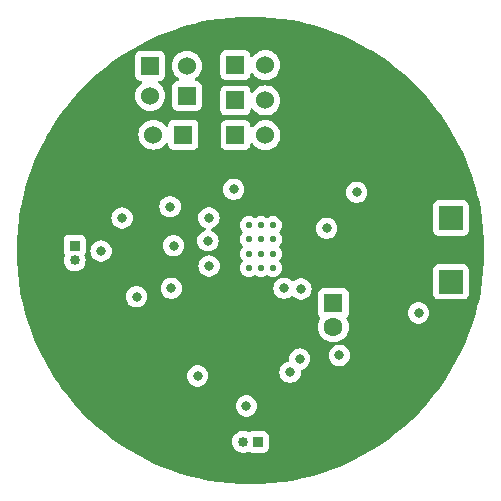
<source format=gbr>
%TF.GenerationSoftware,KiCad,Pcbnew,7.0.7*%
%TF.CreationDate,2024-10-24T16:02:22-07:00*%
%TF.ProjectId,PowerBoard_rev1.1,506f7765-7242-46f6-9172-645f72657631,rev?*%
%TF.SameCoordinates,Original*%
%TF.FileFunction,Copper,L3,Inr*%
%TF.FilePolarity,Positive*%
%FSLAX46Y46*%
G04 Gerber Fmt 4.6, Leading zero omitted, Abs format (unit mm)*
G04 Created by KiCad (PCBNEW 7.0.7) date 2024-10-24 16:02:22*
%MOMM*%
%LPD*%
G01*
G04 APERTURE LIST*
%TA.AperFunction,ComponentPad*%
%ADD10R,1.600000X1.600000*%
%TD*%
%TA.AperFunction,ComponentPad*%
%ADD11C,1.600000*%
%TD*%
%TA.AperFunction,ComponentPad*%
%ADD12R,1.530000X1.530000*%
%TD*%
%TA.AperFunction,ComponentPad*%
%ADD13C,1.530000*%
%TD*%
%TA.AperFunction,ComponentPad*%
%ADD14C,0.550000*%
%TD*%
%TA.AperFunction,ComponentPad*%
%ADD15R,0.850000X0.850000*%
%TD*%
%TA.AperFunction,ComponentPad*%
%ADD16C,0.850000*%
%TD*%
%TA.AperFunction,ComponentPad*%
%ADD17R,2.000000X2.000000*%
%TD*%
%TA.AperFunction,ViaPad*%
%ADD18C,0.800000*%
%TD*%
G04 APERTURE END LIST*
D10*
%TO.N,+BATT*%
%TO.C,C2*%
X149250400Y-80721200D03*
D11*
%TO.N,GND*%
X149250400Y-82721200D03*
%TD*%
D12*
%TO.N,Net-(U1-BOUT1)*%
%TO.C,J1*%
X140958500Y-60553600D03*
D13*
%TO.N,Net-(U1-BOUT2)*%
X143498500Y-60553600D03*
%TD*%
D12*
%TO.N,DRV_FAULT*%
%TO.C,J6*%
X133745700Y-60608900D03*
D13*
%TO.N,DRV_SLEEP*%
X133745700Y-63148900D03*
%TD*%
D14*
%TO.N,N/C*%
%TO.C,U1*%
X142119600Y-74117200D03*
X142119600Y-75317200D03*
X142119600Y-76517200D03*
X142119600Y-77717200D03*
X143119600Y-74117200D03*
X143119600Y-75317200D03*
X143119600Y-76517200D03*
X143119600Y-77717200D03*
X144119600Y-74117200D03*
X144119600Y-75317200D03*
X144119600Y-76517200D03*
X144119600Y-77717200D03*
%TD*%
D12*
%TO.N,MOTOR1_AIN2*%
%TO.C,J4*%
X136550400Y-66446400D03*
D13*
%TO.N,MOTOR1_AIN1*%
X134010400Y-66446400D03*
%TD*%
D12*
%TO.N,Net-(U1-AOUT1)*%
%TO.C,J2*%
X140958500Y-63550800D03*
D13*
%TO.N,Net-(U1-AOUT2)*%
X143498500Y-63550800D03*
%TD*%
D12*
%TO.N,GND*%
%TO.C,J3*%
X140965700Y-66486400D03*
D13*
%TO.N,VDC*%
X143505700Y-66486400D03*
%TD*%
D12*
%TO.N,MOTOR2_BIN2*%
%TO.C,J5*%
X136855700Y-63163900D03*
D13*
%TO.N,MOTOR2_BIN1*%
X136855700Y-60623900D03*
%TD*%
D15*
%TO.N,+BATT*%
%TO.C,J8*%
X127355600Y-75844400D03*
D16*
%TO.N,GND*%
X127355600Y-77094400D03*
%TD*%
D17*
%TO.N,Net-(D12-K)*%
%TO.C,TP6*%
X159207200Y-78892400D03*
%TD*%
D15*
%TO.N,+BATT*%
%TO.C,J7*%
X142864999Y-92448800D03*
D16*
%TO.N,GND*%
X141614999Y-92448800D03*
%TD*%
D17*
%TO.N,Net-(D11-K)*%
%TO.C,TP5*%
X159207200Y-73507600D03*
%TD*%
D18*
%TO.N,GND*%
X148691600Y-74371200D03*
X137769600Y-86868000D03*
X145592800Y-86563200D03*
X149758400Y-85140800D03*
X151231600Y-71323200D03*
X141884400Y-89408000D03*
X156464000Y-81534000D03*
X129590800Y-76301600D03*
X135534400Y-79451200D03*
X146405600Y-85445600D03*
X135432800Y-72542400D03*
X132588000Y-80162400D03*
X131368800Y-73507600D03*
%TO.N,MOTOR2_BIN2*%
X146507200Y-79502000D03*
%TO.N,MOTOR2_BIN1*%
X145084800Y-79451200D03*
%TO.N,VCC*%
X151739600Y-68580000D03*
X139344400Y-88087200D03*
X144018000Y-84632800D03*
X130048000Y-74930000D03*
X153365200Y-84124800D03*
X156057600Y-70510400D03*
X134213600Y-78536800D03*
%TO.N,Net-(U1-BOUT1)*%
X140817600Y-71069200D03*
X138734800Y-77571600D03*
%TO.N,Net-(U1-BOUT2)*%
X135737600Y-75844400D03*
%TO.N,Net-(U1-AOUT1)*%
X138709400Y-73482200D03*
%TO.N,Net-(U1-AOUT2)*%
X138632700Y-75431900D03*
%TD*%
%TA.AperFunction,Conductor*%
%TO.N,VCC*%
G36*
X143125523Y-56471206D02*
G01*
X143128212Y-56471327D01*
X144012060Y-56530918D01*
X144014716Y-56531157D01*
X144894991Y-56630340D01*
X144897651Y-56630701D01*
X145772572Y-56769275D01*
X145775226Y-56769757D01*
X146643028Y-56947440D01*
X146645712Y-56948054D01*
X147300917Y-57113150D01*
X147438404Y-57147794D01*
X147504625Y-57164480D01*
X147507300Y-57165218D01*
X148355634Y-57419962D01*
X148358244Y-57420811D01*
X149194317Y-57713366D01*
X149196922Y-57714344D01*
X150018970Y-58044091D01*
X150021522Y-58045181D01*
X150828005Y-58411503D01*
X150830474Y-58412693D01*
X151619691Y-58814819D01*
X151622141Y-58816137D01*
X152392501Y-59253255D01*
X152394890Y-59254682D01*
X152448076Y-59288101D01*
X153025257Y-59650768D01*
X153144879Y-59725931D01*
X153147188Y-59727455D01*
X153524324Y-59988736D01*
X153875276Y-60231876D01*
X153877527Y-60233512D01*
X154582259Y-60770096D01*
X154584407Y-60771810D01*
X155264358Y-61339473D01*
X155266453Y-61341304D01*
X155920239Y-61938890D01*
X155922250Y-61940813D01*
X156548551Y-62567114D01*
X156550474Y-62569125D01*
X157148060Y-63222911D01*
X157149891Y-63225006D01*
X157717554Y-63904957D01*
X157719272Y-63907111D01*
X157979620Y-64249043D01*
X158255852Y-64611837D01*
X158257488Y-64614088D01*
X158699902Y-65252675D01*
X158761900Y-65342163D01*
X158763433Y-65344485D01*
X159234682Y-66094474D01*
X159236109Y-66096863D01*
X159673227Y-66867223D01*
X159674545Y-66869673D01*
X160076671Y-67658890D01*
X160077870Y-67661378D01*
X160118987Y-67751900D01*
X160444180Y-68467836D01*
X160445273Y-68470394D01*
X160775020Y-69292442D01*
X160775998Y-69295047D01*
X161068553Y-70131120D01*
X161069410Y-70133757D01*
X161114841Y-70285048D01*
X161324143Y-70982056D01*
X161324884Y-70984739D01*
X161541310Y-71843652D01*
X161541930Y-71846365D01*
X161719602Y-72714111D01*
X161720095Y-72716828D01*
X161847381Y-73520477D01*
X161858657Y-73591671D01*
X161859028Y-73594411D01*
X161947122Y-74376261D01*
X161958202Y-74474601D01*
X161958449Y-74477344D01*
X162018034Y-75361102D01*
X162018159Y-75363882D01*
X162038033Y-76249408D01*
X162038033Y-76252192D01*
X162018159Y-77137717D01*
X162018034Y-77140491D01*
X161958449Y-78024251D01*
X161958202Y-78026995D01*
X161864529Y-78858378D01*
X161859031Y-78907170D01*
X161858657Y-78909928D01*
X161736869Y-79678871D01*
X161720099Y-79784750D01*
X161719602Y-79787488D01*
X161541930Y-80655234D01*
X161541310Y-80657947D01*
X161324884Y-81516860D01*
X161324143Y-81519543D01*
X161069413Y-82367833D01*
X161068553Y-82370479D01*
X160775998Y-83206552D01*
X160775020Y-83209157D01*
X160445273Y-84031205D01*
X160444180Y-84033763D01*
X160077879Y-84840202D01*
X160076671Y-84842709D01*
X159674545Y-85631926D01*
X159673227Y-85634376D01*
X159236109Y-86404736D01*
X159234682Y-86407125D01*
X158763433Y-87157114D01*
X158761900Y-87159436D01*
X158257488Y-87887511D01*
X158255852Y-87889762D01*
X157719289Y-88594467D01*
X157717554Y-88596642D01*
X157149891Y-89276593D01*
X157148060Y-89278688D01*
X156550474Y-89932474D01*
X156548551Y-89934485D01*
X155922250Y-90560786D01*
X155920239Y-90562709D01*
X155266453Y-91160295D01*
X155264358Y-91162126D01*
X154584407Y-91729789D01*
X154582232Y-91731524D01*
X153877527Y-92268087D01*
X153875276Y-92269723D01*
X153147201Y-92774135D01*
X153144879Y-92775668D01*
X152394890Y-93246917D01*
X152392501Y-93248344D01*
X151622141Y-93685462D01*
X151619691Y-93686780D01*
X150830474Y-94088906D01*
X150827967Y-94090114D01*
X150021528Y-94456415D01*
X150018970Y-94457508D01*
X149196922Y-94787255D01*
X149194317Y-94788233D01*
X148358244Y-95080788D01*
X148355598Y-95081648D01*
X147507308Y-95336378D01*
X147504625Y-95337119D01*
X146645712Y-95553545D01*
X146642999Y-95554165D01*
X145775253Y-95731837D01*
X145772528Y-95732331D01*
X145040861Y-95848216D01*
X144897693Y-95870892D01*
X144894947Y-95871264D01*
X144014763Y-95970437D01*
X144012016Y-95970684D01*
X143128256Y-96030269D01*
X143125482Y-96030394D01*
X142239955Y-96050268D01*
X142237173Y-96050268D01*
X141351647Y-96030394D01*
X141348875Y-96030269D01*
X140465109Y-95970684D01*
X140462373Y-95970437D01*
X139582176Y-95871263D01*
X139579440Y-95870892D01*
X138704593Y-95732330D01*
X138701876Y-95731837D01*
X137834130Y-95554165D01*
X137831417Y-95553545D01*
X136972504Y-95337119D01*
X136969821Y-95336378D01*
X136370166Y-95156309D01*
X136121522Y-95081645D01*
X136118885Y-95080788D01*
X135282812Y-94788233D01*
X135280207Y-94787255D01*
X134458159Y-94457508D01*
X134455601Y-94456415D01*
X134094309Y-94292308D01*
X133649143Y-94090105D01*
X133646655Y-94088906D01*
X132857438Y-93686780D01*
X132854988Y-93685462D01*
X132084628Y-93248344D01*
X132082239Y-93246917D01*
X131332250Y-92775668D01*
X131329928Y-92774135D01*
X130860335Y-92448800D01*
X140684401Y-92448800D01*
X140704737Y-92642283D01*
X140764855Y-92827310D01*
X140764856Y-92827311D01*
X140819331Y-92921664D01*
X140862129Y-92995792D01*
X140907475Y-93046154D01*
X140992301Y-93140364D01*
X140992304Y-93140366D01*
X140992307Y-93140369D01*
X141110351Y-93226133D01*
X141149701Y-93254723D01*
X141195252Y-93275003D01*
X141327428Y-93333851D01*
X141517725Y-93374300D01*
X141712273Y-93374300D01*
X141902570Y-93333851D01*
X142034746Y-93275002D01*
X142103994Y-93265719D01*
X142159490Y-93289016D01*
X142197667Y-93317595D01*
X142197670Y-93317597D01*
X142332516Y-93367891D01*
X142332515Y-93367891D01*
X142339443Y-93368635D01*
X142392126Y-93374300D01*
X143337871Y-93374299D01*
X143397482Y-93367891D01*
X143532330Y-93317596D01*
X143647545Y-93231346D01*
X143733795Y-93116131D01*
X143784090Y-92981283D01*
X143790499Y-92921673D01*
X143790498Y-91975928D01*
X143784090Y-91916317D01*
X143778678Y-91901808D01*
X143733796Y-91781471D01*
X143733792Y-91781464D01*
X143647546Y-91666255D01*
X143647543Y-91666252D01*
X143532334Y-91580006D01*
X143532327Y-91580002D01*
X143397481Y-91529708D01*
X143397482Y-91529708D01*
X143337882Y-91523301D01*
X143337880Y-91523300D01*
X143337872Y-91523300D01*
X143337863Y-91523300D01*
X142392128Y-91523300D01*
X142392122Y-91523301D01*
X142332515Y-91529708D01*
X142197670Y-91580002D01*
X142197664Y-91580005D01*
X142159488Y-91608584D01*
X142094024Y-91633000D01*
X142034744Y-91622596D01*
X141939084Y-91580006D01*
X141902570Y-91563749D01*
X141902568Y-91563748D01*
X141712273Y-91523300D01*
X141517725Y-91523300D01*
X141327430Y-91563748D01*
X141149701Y-91642876D01*
X140992304Y-91757233D01*
X140992301Y-91757235D01*
X140862128Y-91901809D01*
X140764856Y-92070288D01*
X140764855Y-92070289D01*
X140704737Y-92255316D01*
X140684401Y-92448800D01*
X130860335Y-92448800D01*
X130601853Y-92269723D01*
X130599602Y-92268087D01*
X130215883Y-91975923D01*
X129894876Y-91731507D01*
X129892722Y-91729789D01*
X129212771Y-91162126D01*
X129210676Y-91160295D01*
X128556890Y-90562709D01*
X128554879Y-90560786D01*
X127928578Y-89934485D01*
X127926655Y-89932474D01*
X127447265Y-89408000D01*
X140978940Y-89408000D01*
X140998726Y-89596256D01*
X140998727Y-89596259D01*
X141057218Y-89776277D01*
X141057221Y-89776284D01*
X141151867Y-89940216D01*
X141256379Y-90056288D01*
X141278529Y-90080888D01*
X141431665Y-90192148D01*
X141431670Y-90192151D01*
X141604592Y-90269142D01*
X141604597Y-90269144D01*
X141789754Y-90308500D01*
X141789755Y-90308500D01*
X141979044Y-90308500D01*
X141979046Y-90308500D01*
X142164203Y-90269144D01*
X142337130Y-90192151D01*
X142490271Y-90080888D01*
X142616933Y-89940216D01*
X142711579Y-89776284D01*
X142770074Y-89596256D01*
X142789860Y-89408000D01*
X142770074Y-89219744D01*
X142711579Y-89039716D01*
X142616933Y-88875784D01*
X142490271Y-88735112D01*
X142490270Y-88735111D01*
X142337134Y-88623851D01*
X142337129Y-88623848D01*
X142164207Y-88546857D01*
X142164202Y-88546855D01*
X142018400Y-88515865D01*
X141979046Y-88507500D01*
X141789754Y-88507500D01*
X141757297Y-88514398D01*
X141604597Y-88546855D01*
X141604592Y-88546857D01*
X141431670Y-88623848D01*
X141431665Y-88623851D01*
X141278529Y-88735111D01*
X141151866Y-88875785D01*
X141057221Y-89039715D01*
X141057218Y-89039722D01*
X140998727Y-89219740D01*
X140998726Y-89219744D01*
X140978940Y-89408000D01*
X127447265Y-89408000D01*
X127329069Y-89278688D01*
X127327238Y-89276593D01*
X126759575Y-88596642D01*
X126757861Y-88594494D01*
X126221277Y-87889762D01*
X126219641Y-87887511D01*
X125898758Y-87424344D01*
X125715220Y-87159423D01*
X125713696Y-87157114D01*
X125674927Y-87095414D01*
X125532034Y-86868000D01*
X136864140Y-86868000D01*
X136883926Y-87056256D01*
X136883927Y-87056259D01*
X136942418Y-87236277D01*
X136942421Y-87236284D01*
X137037067Y-87400216D01*
X137163729Y-87540887D01*
X137163729Y-87540888D01*
X137316865Y-87652148D01*
X137316870Y-87652151D01*
X137489792Y-87729142D01*
X137489797Y-87729144D01*
X137674954Y-87768500D01*
X137674955Y-87768500D01*
X137864244Y-87768500D01*
X137864246Y-87768500D01*
X138049403Y-87729144D01*
X138222330Y-87652151D01*
X138375471Y-87540888D01*
X138502133Y-87400216D01*
X138596779Y-87236284D01*
X138655274Y-87056256D01*
X138675060Y-86868000D01*
X138655274Y-86679744D01*
X138617406Y-86563200D01*
X144687340Y-86563200D01*
X144707126Y-86751456D01*
X144707127Y-86751459D01*
X144765618Y-86931477D01*
X144765621Y-86931484D01*
X144860267Y-87095416D01*
X144916875Y-87158285D01*
X144986929Y-87236088D01*
X145140065Y-87347348D01*
X145140070Y-87347351D01*
X145312992Y-87424342D01*
X145312997Y-87424344D01*
X145498154Y-87463700D01*
X145498155Y-87463700D01*
X145687444Y-87463700D01*
X145687446Y-87463700D01*
X145872603Y-87424344D01*
X146045530Y-87347351D01*
X146198671Y-87236088D01*
X146325333Y-87095416D01*
X146419979Y-86931484D01*
X146478474Y-86751456D01*
X146498260Y-86563200D01*
X146487654Y-86462292D01*
X146500223Y-86393565D01*
X146547955Y-86342541D01*
X146585185Y-86328045D01*
X146685403Y-86306744D01*
X146685407Y-86306742D01*
X146685408Y-86306742D01*
X146743658Y-86280806D01*
X146858330Y-86229751D01*
X147011471Y-86118488D01*
X147138133Y-85977816D01*
X147232779Y-85813884D01*
X147291274Y-85633856D01*
X147311060Y-85445600D01*
X147291274Y-85257344D01*
X147253406Y-85140800D01*
X148852940Y-85140800D01*
X148872726Y-85329056D01*
X148872727Y-85329059D01*
X148931218Y-85509077D01*
X148931221Y-85509084D01*
X149025867Y-85673016D01*
X149052015Y-85702056D01*
X149152529Y-85813688D01*
X149305665Y-85924948D01*
X149305670Y-85924951D01*
X149478592Y-86001942D01*
X149478597Y-86001944D01*
X149663754Y-86041300D01*
X149663755Y-86041300D01*
X149853044Y-86041300D01*
X149853046Y-86041300D01*
X150038203Y-86001944D01*
X150211130Y-85924951D01*
X150364271Y-85813688D01*
X150490933Y-85673016D01*
X150585579Y-85509084D01*
X150644074Y-85329056D01*
X150663860Y-85140800D01*
X150644074Y-84952544D01*
X150585579Y-84772516D01*
X150490933Y-84608584D01*
X150364271Y-84467912D01*
X150364270Y-84467911D01*
X150211134Y-84356651D01*
X150211129Y-84356648D01*
X150038207Y-84279657D01*
X150038202Y-84279655D01*
X149892400Y-84248665D01*
X149853046Y-84240300D01*
X149663754Y-84240300D01*
X149631297Y-84247198D01*
X149478597Y-84279655D01*
X149478592Y-84279657D01*
X149305670Y-84356648D01*
X149305665Y-84356651D01*
X149152529Y-84467911D01*
X149025866Y-84608585D01*
X148931221Y-84772515D01*
X148931218Y-84772522D01*
X148872727Y-84952540D01*
X148872726Y-84952544D01*
X148852940Y-85140800D01*
X147253406Y-85140800D01*
X147232779Y-85077316D01*
X147138133Y-84913384D01*
X147011471Y-84772712D01*
X147011470Y-84772711D01*
X146858334Y-84661451D01*
X146858329Y-84661448D01*
X146685407Y-84584457D01*
X146685402Y-84584455D01*
X146539600Y-84553465D01*
X146500246Y-84545100D01*
X146310954Y-84545100D01*
X146278497Y-84551998D01*
X146125797Y-84584455D01*
X146125792Y-84584457D01*
X145952870Y-84661448D01*
X145952865Y-84661451D01*
X145799729Y-84772711D01*
X145673066Y-84913385D01*
X145578421Y-85077315D01*
X145578418Y-85077322D01*
X145519927Y-85257340D01*
X145519926Y-85257344D01*
X145512389Y-85329056D01*
X145500140Y-85445600D01*
X145510745Y-85546505D01*
X145498175Y-85615235D01*
X145450443Y-85666259D01*
X145413205Y-85680756D01*
X145312997Y-85702055D01*
X145312992Y-85702057D01*
X145140070Y-85779048D01*
X145140065Y-85779051D01*
X144986929Y-85890311D01*
X144860266Y-86030985D01*
X144765621Y-86194915D01*
X144765618Y-86194922D01*
X144717654Y-86342541D01*
X144707126Y-86374944D01*
X144687340Y-86563200D01*
X138617406Y-86563200D01*
X138596779Y-86499716D01*
X138502133Y-86335784D01*
X138375471Y-86195112D01*
X138375470Y-86195111D01*
X138222334Y-86083851D01*
X138222329Y-86083848D01*
X138049407Y-86006857D01*
X138049402Y-86006855D01*
X137903601Y-85975865D01*
X137864246Y-85967500D01*
X137674954Y-85967500D01*
X137642497Y-85974398D01*
X137489797Y-86006855D01*
X137489792Y-86006857D01*
X137316870Y-86083848D01*
X137316865Y-86083851D01*
X137163729Y-86195111D01*
X137037066Y-86335785D01*
X136942421Y-86499715D01*
X136942418Y-86499722D01*
X136883927Y-86679740D01*
X136883926Y-86679744D01*
X136864140Y-86868000D01*
X125532034Y-86868000D01*
X125340515Y-86563199D01*
X125242447Y-86407125D01*
X125241020Y-86404736D01*
X124968780Y-85924951D01*
X124803896Y-85634366D01*
X124802584Y-85631926D01*
X124400458Y-84842709D01*
X124399268Y-84840240D01*
X124032946Y-84033757D01*
X124031856Y-84031205D01*
X123702109Y-83209157D01*
X123701131Y-83206552D01*
X123531299Y-82721201D01*
X147944932Y-82721201D01*
X147964764Y-82947886D01*
X147964766Y-82947897D01*
X148023658Y-83167688D01*
X148023661Y-83167697D01*
X148119831Y-83373932D01*
X148119832Y-83373934D01*
X148250354Y-83560341D01*
X148411258Y-83721245D01*
X148411261Y-83721247D01*
X148597666Y-83851768D01*
X148803904Y-83947939D01*
X149023708Y-84006835D01*
X149185630Y-84021001D01*
X149250398Y-84026668D01*
X149250400Y-84026668D01*
X149250402Y-84026668D01*
X149307072Y-84021709D01*
X149477092Y-84006835D01*
X149696896Y-83947939D01*
X149903134Y-83851768D01*
X150089539Y-83721247D01*
X150250447Y-83560339D01*
X150380968Y-83373934D01*
X150477139Y-83167696D01*
X150536035Y-82947892D01*
X150555868Y-82721200D01*
X150536035Y-82494508D01*
X150477139Y-82274704D01*
X150380968Y-82068466D01*
X150380967Y-82068464D01*
X150371989Y-82055642D01*
X150349662Y-81989435D01*
X150366673Y-81921668D01*
X150399255Y-81885251D01*
X150407946Y-81878746D01*
X150494196Y-81763531D01*
X150544491Y-81628683D01*
X150550900Y-81569073D01*
X150550900Y-81534000D01*
X155558540Y-81534000D01*
X155578326Y-81722256D01*
X155578327Y-81722259D01*
X155636818Y-81902277D01*
X155636821Y-81902284D01*
X155731467Y-82066216D01*
X155858129Y-82206888D01*
X156011265Y-82318148D01*
X156011270Y-82318151D01*
X156184192Y-82395142D01*
X156184197Y-82395144D01*
X156369354Y-82434500D01*
X156369355Y-82434500D01*
X156558644Y-82434500D01*
X156558646Y-82434500D01*
X156743803Y-82395144D01*
X156916730Y-82318151D01*
X157069871Y-82206888D01*
X157196533Y-82066216D01*
X157291179Y-81902284D01*
X157349674Y-81722256D01*
X157369460Y-81534000D01*
X157349674Y-81345744D01*
X157291179Y-81165716D01*
X157196533Y-81001784D01*
X157069871Y-80861112D01*
X157069870Y-80861111D01*
X156916734Y-80749851D01*
X156916729Y-80749848D01*
X156743807Y-80672857D01*
X156743802Y-80672855D01*
X156598001Y-80641865D01*
X156558646Y-80633500D01*
X156369354Y-80633500D01*
X156336897Y-80640398D01*
X156184197Y-80672855D01*
X156184192Y-80672857D01*
X156011270Y-80749848D01*
X156011265Y-80749851D01*
X155858129Y-80861111D01*
X155731466Y-81001785D01*
X155636821Y-81165715D01*
X155636818Y-81165722D01*
X155578327Y-81345740D01*
X155578326Y-81345744D01*
X155558540Y-81534000D01*
X150550900Y-81534000D01*
X150550899Y-79940270D01*
X157706700Y-79940270D01*
X157706701Y-79940276D01*
X157713108Y-79999883D01*
X157763402Y-80134728D01*
X157763406Y-80134735D01*
X157849652Y-80249944D01*
X157849655Y-80249947D01*
X157964864Y-80336193D01*
X157964871Y-80336197D01*
X158099717Y-80386491D01*
X158099716Y-80386491D01*
X158106644Y-80387235D01*
X158159327Y-80392900D01*
X160255072Y-80392899D01*
X160314683Y-80386491D01*
X160449531Y-80336196D01*
X160564746Y-80249946D01*
X160650996Y-80134731D01*
X160701291Y-79999883D01*
X160707700Y-79940273D01*
X160707699Y-77844528D01*
X160701291Y-77784917D01*
X160676035Y-77717203D01*
X160650997Y-77650071D01*
X160650993Y-77650064D01*
X160564747Y-77534855D01*
X160564744Y-77534852D01*
X160449535Y-77448606D01*
X160449528Y-77448602D01*
X160314682Y-77398308D01*
X160314683Y-77398308D01*
X160255083Y-77391901D01*
X160255081Y-77391900D01*
X160255073Y-77391900D01*
X160255064Y-77391900D01*
X158159329Y-77391900D01*
X158159323Y-77391901D01*
X158099716Y-77398308D01*
X157964871Y-77448602D01*
X157964864Y-77448606D01*
X157849655Y-77534852D01*
X157849652Y-77534855D01*
X157763406Y-77650064D01*
X157763402Y-77650071D01*
X157713108Y-77784917D01*
X157706701Y-77844516D01*
X157706701Y-77844523D01*
X157706700Y-77844535D01*
X157706700Y-79940270D01*
X150550899Y-79940270D01*
X150550899Y-79873328D01*
X150544491Y-79813717D01*
X150537180Y-79794116D01*
X150494197Y-79678871D01*
X150494193Y-79678864D01*
X150407947Y-79563655D01*
X150407944Y-79563652D01*
X150292735Y-79477406D01*
X150292728Y-79477402D01*
X150157882Y-79427108D01*
X150157883Y-79427108D01*
X150098283Y-79420701D01*
X150098281Y-79420700D01*
X150098273Y-79420700D01*
X150098264Y-79420700D01*
X148402529Y-79420700D01*
X148402523Y-79420701D01*
X148342916Y-79427108D01*
X148208071Y-79477402D01*
X148208064Y-79477406D01*
X148092855Y-79563652D01*
X148092852Y-79563655D01*
X148006606Y-79678864D01*
X148006602Y-79678871D01*
X147956308Y-79813717D01*
X147950228Y-79870277D01*
X147949901Y-79873323D01*
X147949900Y-79873335D01*
X147949900Y-81569070D01*
X147949901Y-81569076D01*
X147956308Y-81628683D01*
X148006602Y-81763528D01*
X148006606Y-81763535D01*
X148092852Y-81878744D01*
X148092853Y-81878745D01*
X148092854Y-81878746D01*
X148101542Y-81885250D01*
X148101545Y-81885252D01*
X148143417Y-81941185D01*
X148148401Y-82010877D01*
X148128815Y-82055635D01*
X148119834Y-82068462D01*
X148119831Y-82068467D01*
X148023661Y-82274702D01*
X148023658Y-82274711D01*
X147964766Y-82494502D01*
X147964764Y-82494513D01*
X147944932Y-82721198D01*
X147944932Y-82721201D01*
X123531299Y-82721201D01*
X123408576Y-82370479D01*
X123407727Y-82367869D01*
X123152983Y-81519535D01*
X123152245Y-81516860D01*
X122935819Y-80657947D01*
X122935205Y-80655263D01*
X122834291Y-80162400D01*
X131682540Y-80162400D01*
X131702326Y-80350656D01*
X131702327Y-80350659D01*
X131760818Y-80530677D01*
X131760821Y-80530684D01*
X131855467Y-80694616D01*
X131905201Y-80749851D01*
X131982129Y-80835288D01*
X132135265Y-80946548D01*
X132135270Y-80946551D01*
X132308192Y-81023542D01*
X132308197Y-81023544D01*
X132493354Y-81062900D01*
X132493355Y-81062900D01*
X132682644Y-81062900D01*
X132682646Y-81062900D01*
X132867803Y-81023544D01*
X133040730Y-80946551D01*
X133193871Y-80835288D01*
X133320533Y-80694616D01*
X133415179Y-80530684D01*
X133473674Y-80350656D01*
X133493460Y-80162400D01*
X133473674Y-79974144D01*
X133415179Y-79794116D01*
X133320533Y-79630184D01*
X133193871Y-79489512D01*
X133193870Y-79489511D01*
X133141140Y-79451200D01*
X134628940Y-79451200D01*
X134648726Y-79639456D01*
X134648727Y-79639459D01*
X134707218Y-79819477D01*
X134707221Y-79819484D01*
X134801867Y-79983416D01*
X134845734Y-80032135D01*
X134928529Y-80124088D01*
X135081665Y-80235348D01*
X135081670Y-80235351D01*
X135254592Y-80312342D01*
X135254597Y-80312344D01*
X135439754Y-80351700D01*
X135439755Y-80351700D01*
X135629044Y-80351700D01*
X135629046Y-80351700D01*
X135814203Y-80312344D01*
X135987130Y-80235351D01*
X136140271Y-80124088D01*
X136266933Y-79983416D01*
X136361579Y-79819484D01*
X136420074Y-79639456D01*
X136439860Y-79451200D01*
X144179340Y-79451200D01*
X144199126Y-79639456D01*
X144199127Y-79639459D01*
X144257618Y-79819477D01*
X144257621Y-79819484D01*
X144352267Y-79983416D01*
X144396134Y-80032135D01*
X144478929Y-80124088D01*
X144632065Y-80235348D01*
X144632070Y-80235351D01*
X144804992Y-80312342D01*
X144804997Y-80312344D01*
X144990154Y-80351700D01*
X144990155Y-80351700D01*
X145179444Y-80351700D01*
X145179446Y-80351700D01*
X145364603Y-80312344D01*
X145537530Y-80235351D01*
X145690671Y-80124088D01*
X145690670Y-80124088D01*
X145695929Y-80120268D01*
X145696872Y-80121566D01*
X145752569Y-80094826D01*
X145821906Y-80103439D01*
X145864717Y-80134226D01*
X145901329Y-80174888D01*
X145901332Y-80174890D01*
X146054465Y-80286148D01*
X146054470Y-80286151D01*
X146227392Y-80363142D01*
X146227397Y-80363144D01*
X146412554Y-80402500D01*
X146412555Y-80402500D01*
X146601844Y-80402500D01*
X146601846Y-80402500D01*
X146787003Y-80363144D01*
X146959930Y-80286151D01*
X147113071Y-80174888D01*
X147239733Y-80034216D01*
X147334379Y-79870284D01*
X147392874Y-79690256D01*
X147412660Y-79502000D01*
X147392874Y-79313744D01*
X147334379Y-79133716D01*
X147239733Y-78969784D01*
X147113071Y-78829112D01*
X147043151Y-78778312D01*
X146959934Y-78717851D01*
X146959929Y-78717848D01*
X146787007Y-78640857D01*
X146787002Y-78640855D01*
X146641201Y-78609865D01*
X146601846Y-78601500D01*
X146412554Y-78601500D01*
X146380097Y-78608398D01*
X146227397Y-78640855D01*
X146227392Y-78640857D01*
X146054470Y-78717848D01*
X146054465Y-78717851D01*
X145896071Y-78832931D01*
X145895131Y-78831637D01*
X145839396Y-78858378D01*
X145770061Y-78849745D01*
X145727278Y-78818968D01*
X145690670Y-78778311D01*
X145537534Y-78667051D01*
X145537529Y-78667048D01*
X145364607Y-78590057D01*
X145364602Y-78590055D01*
X145218800Y-78559065D01*
X145179446Y-78550700D01*
X144990154Y-78550700D01*
X144957697Y-78557598D01*
X144804997Y-78590055D01*
X144804992Y-78590057D01*
X144632070Y-78667048D01*
X144632065Y-78667051D01*
X144478929Y-78778311D01*
X144352266Y-78918985D01*
X144257621Y-79082915D01*
X144257618Y-79082922D01*
X144199465Y-79261900D01*
X144199126Y-79262944D01*
X144179340Y-79451200D01*
X136439860Y-79451200D01*
X136420074Y-79262944D01*
X136361579Y-79082916D01*
X136266933Y-78918984D01*
X136140271Y-78778312D01*
X136140270Y-78778311D01*
X135987134Y-78667051D01*
X135987129Y-78667048D01*
X135814207Y-78590057D01*
X135814202Y-78590055D01*
X135668400Y-78559065D01*
X135629046Y-78550700D01*
X135439754Y-78550700D01*
X135407297Y-78557598D01*
X135254597Y-78590055D01*
X135254592Y-78590057D01*
X135081670Y-78667048D01*
X135081665Y-78667051D01*
X134928529Y-78778311D01*
X134801866Y-78918985D01*
X134707221Y-79082915D01*
X134707218Y-79082922D01*
X134649065Y-79261900D01*
X134648726Y-79262944D01*
X134628940Y-79451200D01*
X133141140Y-79451200D01*
X133040734Y-79378251D01*
X133040729Y-79378248D01*
X132867807Y-79301257D01*
X132867802Y-79301255D01*
X132722001Y-79270265D01*
X132682646Y-79261900D01*
X132493354Y-79261900D01*
X132460897Y-79268798D01*
X132308197Y-79301255D01*
X132308192Y-79301257D01*
X132135270Y-79378248D01*
X132135265Y-79378251D01*
X131982129Y-79489511D01*
X131855466Y-79630185D01*
X131760821Y-79794115D01*
X131760818Y-79794122D01*
X131713331Y-79940273D01*
X131702326Y-79974144D01*
X131682540Y-80162400D01*
X122834291Y-80162400D01*
X122757522Y-79787461D01*
X122757040Y-79784807D01*
X122618466Y-78909886D01*
X122618105Y-78907226D01*
X122518922Y-78026951D01*
X122518683Y-78024295D01*
X122459092Y-77140447D01*
X122458971Y-77137758D01*
X122457998Y-77094400D01*
X126425002Y-77094400D01*
X126445338Y-77287883D01*
X126505456Y-77472910D01*
X126505457Y-77472911D01*
X126585759Y-77611997D01*
X126602730Y-77641392D01*
X126610543Y-77650069D01*
X126732902Y-77785964D01*
X126732905Y-77785966D01*
X126732908Y-77785969D01*
X126813509Y-77844529D01*
X126890302Y-77900323D01*
X126958526Y-77930697D01*
X127068029Y-77979451D01*
X127258326Y-78019900D01*
X127452874Y-78019900D01*
X127643171Y-77979451D01*
X127820899Y-77900322D01*
X127978292Y-77785969D01*
X127979240Y-77784917D01*
X128040209Y-77717203D01*
X128108470Y-77641392D01*
X128148764Y-77571600D01*
X137829340Y-77571600D01*
X137849126Y-77759856D01*
X137849127Y-77759859D01*
X137907618Y-77939877D01*
X137907621Y-77939884D01*
X138002267Y-78103816D01*
X138092272Y-78203776D01*
X138128929Y-78244488D01*
X138282065Y-78355748D01*
X138282070Y-78355751D01*
X138454992Y-78432742D01*
X138454997Y-78432744D01*
X138640154Y-78472100D01*
X138640155Y-78472100D01*
X138829444Y-78472100D01*
X138829446Y-78472100D01*
X139014603Y-78432744D01*
X139187530Y-78355751D01*
X139340671Y-78244488D01*
X139467333Y-78103816D01*
X139561979Y-77939884D01*
X139620474Y-77759856D01*
X139624957Y-77717203D01*
X141339193Y-77717203D01*
X141358757Y-77890848D01*
X141358759Y-77890858D01*
X141405428Y-78024227D01*
X141416478Y-78055806D01*
X141509453Y-78203776D01*
X141633024Y-78327347D01*
X141780994Y-78420322D01*
X141945943Y-78478041D01*
X141945949Y-78478041D01*
X141945951Y-78478042D01*
X142119596Y-78497607D01*
X142119600Y-78497607D01*
X142119604Y-78497607D01*
X142293248Y-78478042D01*
X142293247Y-78478042D01*
X142293257Y-78478041D01*
X142458206Y-78420322D01*
X142553630Y-78360363D01*
X142620865Y-78341364D01*
X142685569Y-78360363D01*
X142780994Y-78420322D01*
X142945943Y-78478041D01*
X142945949Y-78478041D01*
X142945951Y-78478042D01*
X143119596Y-78497607D01*
X143119600Y-78497607D01*
X143119604Y-78497607D01*
X143293248Y-78478042D01*
X143293247Y-78478042D01*
X143293257Y-78478041D01*
X143458206Y-78420322D01*
X143553630Y-78360363D01*
X143620865Y-78341364D01*
X143685569Y-78360363D01*
X143780994Y-78420322D01*
X143945943Y-78478041D01*
X143945949Y-78478041D01*
X143945951Y-78478042D01*
X144119596Y-78497607D01*
X144119600Y-78497607D01*
X144119604Y-78497607D01*
X144293248Y-78478042D01*
X144293247Y-78478042D01*
X144293257Y-78478041D01*
X144458206Y-78420322D01*
X144606176Y-78327347D01*
X144729747Y-78203776D01*
X144822722Y-78055806D01*
X144880441Y-77890857D01*
X144885661Y-77844527D01*
X144900007Y-77717203D01*
X144900007Y-77717196D01*
X144880442Y-77543551D01*
X144880441Y-77543549D01*
X144880441Y-77543543D01*
X144822722Y-77378594D01*
X144729747Y-77230624D01*
X144729745Y-77230622D01*
X144729744Y-77230620D01*
X144704004Y-77204880D01*
X144670519Y-77143557D01*
X144675503Y-77073865D01*
X144704001Y-77029520D01*
X144729747Y-77003776D01*
X144822722Y-76855806D01*
X144880441Y-76690857D01*
X144900007Y-76517200D01*
X144899390Y-76511728D01*
X144880442Y-76343551D01*
X144880441Y-76343549D01*
X144880441Y-76343543D01*
X144822722Y-76178594D01*
X144729747Y-76030624D01*
X144704004Y-76004881D01*
X144670519Y-75943558D01*
X144675503Y-75873866D01*
X144704004Y-75829519D01*
X144729747Y-75803776D01*
X144822722Y-75655806D01*
X144880441Y-75490857D01*
X144893886Y-75371527D01*
X144900007Y-75317203D01*
X144900007Y-75317196D01*
X144880442Y-75143551D01*
X144880441Y-75143549D01*
X144880441Y-75143543D01*
X144822722Y-74978594D01*
X144729747Y-74830624D01*
X144704004Y-74804881D01*
X144670519Y-74743558D01*
X144675503Y-74673866D01*
X144704004Y-74629519D01*
X144704005Y-74629518D01*
X144729747Y-74603776D01*
X144822722Y-74455806D01*
X144852327Y-74371200D01*
X147786140Y-74371200D01*
X147805926Y-74559456D01*
X147805927Y-74559459D01*
X147864418Y-74739477D01*
X147864421Y-74739484D01*
X147959067Y-74903416D01*
X148053324Y-75008099D01*
X148085729Y-75044088D01*
X148238865Y-75155348D01*
X148238870Y-75155351D01*
X148411792Y-75232342D01*
X148411797Y-75232344D01*
X148596954Y-75271700D01*
X148596955Y-75271700D01*
X148786244Y-75271700D01*
X148786246Y-75271700D01*
X148971403Y-75232344D01*
X149144330Y-75155351D01*
X149297471Y-75044088D01*
X149424133Y-74903416D01*
X149518779Y-74739484D01*
X149577274Y-74559456D01*
X149577693Y-74555470D01*
X157706700Y-74555470D01*
X157706701Y-74555476D01*
X157713108Y-74615083D01*
X157763402Y-74749928D01*
X157763406Y-74749935D01*
X157849652Y-74865144D01*
X157849655Y-74865147D01*
X157964864Y-74951393D01*
X157964871Y-74951397D01*
X158099717Y-75001691D01*
X158099716Y-75001691D01*
X158106644Y-75002435D01*
X158159327Y-75008100D01*
X160255072Y-75008099D01*
X160314683Y-75001691D01*
X160449531Y-74951396D01*
X160564746Y-74865146D01*
X160650996Y-74749931D01*
X160701291Y-74615083D01*
X160707700Y-74555473D01*
X160707699Y-72459728D01*
X160701291Y-72400117D01*
X160684144Y-72354144D01*
X160650997Y-72265271D01*
X160650993Y-72265264D01*
X160564747Y-72150055D01*
X160564744Y-72150052D01*
X160449535Y-72063806D01*
X160449528Y-72063802D01*
X160314682Y-72013508D01*
X160314683Y-72013508D01*
X160255083Y-72007101D01*
X160255081Y-72007100D01*
X160255073Y-72007100D01*
X160255064Y-72007100D01*
X158159329Y-72007100D01*
X158159323Y-72007101D01*
X158099716Y-72013508D01*
X157964871Y-72063802D01*
X157964864Y-72063806D01*
X157849655Y-72150052D01*
X157849652Y-72150055D01*
X157763406Y-72265264D01*
X157763402Y-72265271D01*
X157713108Y-72400117D01*
X157706701Y-72459716D01*
X157706701Y-72459723D01*
X157706700Y-72459735D01*
X157706700Y-74555470D01*
X149577693Y-74555470D01*
X149597060Y-74371200D01*
X149577274Y-74182944D01*
X149518779Y-74002916D01*
X149424133Y-73838984D01*
X149297471Y-73698312D01*
X149294091Y-73695856D01*
X149144334Y-73587051D01*
X149144329Y-73587048D01*
X148971407Y-73510057D01*
X148971402Y-73510055D01*
X148825600Y-73479065D01*
X148786246Y-73470700D01*
X148596954Y-73470700D01*
X148581264Y-73474035D01*
X148411797Y-73510055D01*
X148411792Y-73510057D01*
X148238870Y-73587048D01*
X148238865Y-73587051D01*
X148085729Y-73698311D01*
X147959066Y-73838985D01*
X147864421Y-74002915D01*
X147864418Y-74002922D01*
X147814977Y-74155088D01*
X147805926Y-74182944D01*
X147786140Y-74371200D01*
X144852327Y-74371200D01*
X144880441Y-74290857D01*
X144892600Y-74182940D01*
X144900007Y-74117203D01*
X144900007Y-74117196D01*
X144880442Y-73943551D01*
X144880441Y-73943549D01*
X144880441Y-73943543D01*
X144822722Y-73778594D01*
X144729747Y-73630624D01*
X144606176Y-73507053D01*
X144458206Y-73414078D01*
X144458205Y-73414077D01*
X144458204Y-73414077D01*
X144293258Y-73356359D01*
X144293248Y-73356357D01*
X144119604Y-73336793D01*
X144119596Y-73336793D01*
X143945951Y-73356357D01*
X143945941Y-73356359D01*
X143780992Y-73414078D01*
X143685571Y-73474035D01*
X143618334Y-73493035D01*
X143553629Y-73474035D01*
X143458207Y-73414078D01*
X143293258Y-73356359D01*
X143293248Y-73356357D01*
X143119604Y-73336793D01*
X143119596Y-73336793D01*
X142945951Y-73356357D01*
X142945941Y-73356359D01*
X142780992Y-73414078D01*
X142685571Y-73474035D01*
X142618334Y-73493035D01*
X142553629Y-73474035D01*
X142458207Y-73414078D01*
X142293258Y-73356359D01*
X142293248Y-73356357D01*
X142119604Y-73336793D01*
X142119596Y-73336793D01*
X141945951Y-73356357D01*
X141945941Y-73356359D01*
X141780995Y-73414077D01*
X141633023Y-73507053D01*
X141509453Y-73630623D01*
X141416477Y-73778595D01*
X141358759Y-73943541D01*
X141358757Y-73943551D01*
X141339193Y-74117196D01*
X141339193Y-74117203D01*
X141358757Y-74290848D01*
X141358759Y-74290858D01*
X141412035Y-74443110D01*
X141416478Y-74455806D01*
X141479104Y-74555476D01*
X141509453Y-74603776D01*
X141535195Y-74629518D01*
X141568680Y-74690841D01*
X141563696Y-74760533D01*
X141535197Y-74804879D01*
X141509454Y-74830622D01*
X141416477Y-74978595D01*
X141358759Y-75143541D01*
X141358757Y-75143551D01*
X141339193Y-75317196D01*
X141339193Y-75317203D01*
X141358757Y-75490848D01*
X141358759Y-75490858D01*
X141404003Y-75620156D01*
X141416478Y-75655806D01*
X141487843Y-75769384D01*
X141509453Y-75803776D01*
X141535196Y-75829519D01*
X141568681Y-75890842D01*
X141563697Y-75960534D01*
X141535196Y-76004881D01*
X141509453Y-76030623D01*
X141416477Y-76178595D01*
X141358759Y-76343541D01*
X141358757Y-76343551D01*
X141339193Y-76517196D01*
X141339193Y-76517203D01*
X141358757Y-76690848D01*
X141358759Y-76690858D01*
X141408783Y-76833816D01*
X141416478Y-76855806D01*
X141444822Y-76900916D01*
X141509453Y-77003776D01*
X141535196Y-77029519D01*
X141568681Y-77090842D01*
X141563697Y-77160534D01*
X141535196Y-77204881D01*
X141509453Y-77230623D01*
X141416477Y-77378595D01*
X141358759Y-77543541D01*
X141358757Y-77543551D01*
X141339193Y-77717196D01*
X141339193Y-77717203D01*
X139624957Y-77717203D01*
X139640260Y-77571600D01*
X139620474Y-77383344D01*
X139561979Y-77203316D01*
X139467333Y-77039384D01*
X139340671Y-76898712D01*
X139281616Y-76855806D01*
X139187534Y-76787451D01*
X139187529Y-76787448D01*
X139014607Y-76710457D01*
X139014602Y-76710455D01*
X138868801Y-76679465D01*
X138829446Y-76671100D01*
X138640154Y-76671100D01*
X138607697Y-76677998D01*
X138454997Y-76710455D01*
X138454992Y-76710457D01*
X138282070Y-76787448D01*
X138282065Y-76787451D01*
X138128929Y-76898711D01*
X138002266Y-77039385D01*
X137907621Y-77203315D01*
X137907618Y-77203322D01*
X137880143Y-77287883D01*
X137849126Y-77383344D01*
X137829340Y-77571600D01*
X128148764Y-77571600D01*
X128205744Y-77472908D01*
X128265862Y-77287882D01*
X128286198Y-77094400D01*
X128265862Y-76900918D01*
X128205744Y-76715892D01*
X128188212Y-76685527D01*
X128171740Y-76617628D01*
X128194593Y-76551601D01*
X128196318Y-76549237D01*
X128224396Y-76511731D01*
X128274691Y-76376883D01*
X128281100Y-76317273D01*
X128281100Y-76301600D01*
X128685340Y-76301600D01*
X128705126Y-76489856D01*
X128705127Y-76489859D01*
X128763618Y-76669877D01*
X128763621Y-76669884D01*
X128858267Y-76833816D01*
X128984928Y-76974487D01*
X128984929Y-76974488D01*
X129138065Y-77085748D01*
X129138070Y-77085751D01*
X129310992Y-77162742D01*
X129310997Y-77162744D01*
X129496154Y-77202100D01*
X129496155Y-77202100D01*
X129685444Y-77202100D01*
X129685446Y-77202100D01*
X129870603Y-77162744D01*
X130043530Y-77085751D01*
X130196671Y-76974488D01*
X130323333Y-76833816D01*
X130417979Y-76669884D01*
X130476474Y-76489856D01*
X130496260Y-76301600D01*
X130476474Y-76113344D01*
X130417979Y-75933316D01*
X130366643Y-75844400D01*
X134832140Y-75844400D01*
X134851926Y-76032656D01*
X134851927Y-76032659D01*
X134910418Y-76212677D01*
X134910421Y-76212684D01*
X135005067Y-76376616D01*
X135107029Y-76489856D01*
X135131729Y-76517288D01*
X135284865Y-76628548D01*
X135284870Y-76628551D01*
X135457792Y-76705542D01*
X135457797Y-76705544D01*
X135642954Y-76744900D01*
X135642955Y-76744900D01*
X135832244Y-76744900D01*
X135832246Y-76744900D01*
X136017403Y-76705544D01*
X136190330Y-76628551D01*
X136343471Y-76517288D01*
X136470133Y-76376616D01*
X136564779Y-76212684D01*
X136623274Y-76032656D01*
X136643060Y-75844400D01*
X136623274Y-75656144D01*
X136564779Y-75476116D01*
X136539251Y-75431900D01*
X137727240Y-75431900D01*
X137747026Y-75620156D01*
X137747027Y-75620159D01*
X137805518Y-75800177D01*
X137805521Y-75800184D01*
X137900167Y-75964116D01*
X137961881Y-76032656D01*
X138026829Y-76104788D01*
X138179965Y-76216048D01*
X138179970Y-76216051D01*
X138352892Y-76293042D01*
X138352897Y-76293044D01*
X138538054Y-76332400D01*
X138538055Y-76332400D01*
X138727344Y-76332400D01*
X138727346Y-76332400D01*
X138912503Y-76293044D01*
X139085430Y-76216051D01*
X139238571Y-76104788D01*
X139365233Y-75964116D01*
X139459879Y-75800184D01*
X139518374Y-75620156D01*
X139538160Y-75431900D01*
X139518374Y-75243644D01*
X139459879Y-75063616D01*
X139365233Y-74899684D01*
X139238571Y-74759012D01*
X139226068Y-74749928D01*
X139085434Y-74647751D01*
X139085429Y-74647748D01*
X138940201Y-74583088D01*
X138886964Y-74537838D01*
X138866643Y-74470989D01*
X138885688Y-74403765D01*
X138938055Y-74357510D01*
X138964850Y-74348520D01*
X138989203Y-74343344D01*
X138989207Y-74343342D01*
X138989208Y-74343342D01*
X139107089Y-74290857D01*
X139162130Y-74266351D01*
X139315271Y-74155088D01*
X139441933Y-74014416D01*
X139536579Y-73850484D01*
X139595074Y-73670456D01*
X139614860Y-73482200D01*
X139595074Y-73293944D01*
X139536579Y-73113916D01*
X139441933Y-72949984D01*
X139315271Y-72809312D01*
X139315270Y-72809311D01*
X139162134Y-72698051D01*
X139162129Y-72698048D01*
X138989207Y-72621057D01*
X138989202Y-72621055D01*
X138843401Y-72590065D01*
X138804046Y-72581700D01*
X138614754Y-72581700D01*
X138582297Y-72588598D01*
X138429597Y-72621055D01*
X138429592Y-72621057D01*
X138256670Y-72698048D01*
X138256665Y-72698051D01*
X138103529Y-72809311D01*
X137976866Y-72949985D01*
X137882221Y-73113915D01*
X137882218Y-73113922D01*
X137823727Y-73293940D01*
X137823726Y-73293944D01*
X137803940Y-73482200D01*
X137823726Y-73670456D01*
X137823727Y-73670459D01*
X137882218Y-73850477D01*
X137882221Y-73850484D01*
X137976867Y-74014416D01*
X138103529Y-74155088D01*
X138256670Y-74266351D01*
X138401901Y-74331013D01*
X138455135Y-74376261D01*
X138475456Y-74443110D01*
X138456411Y-74510334D01*
X138404045Y-74556589D01*
X138377246Y-74565580D01*
X138352893Y-74570756D01*
X138352892Y-74570757D01*
X138179970Y-74647748D01*
X138179965Y-74647751D01*
X138026829Y-74759011D01*
X137900166Y-74899685D01*
X137805521Y-75063615D01*
X137805518Y-75063622D01*
X137747027Y-75243640D01*
X137747026Y-75243644D01*
X137727240Y-75431900D01*
X136539251Y-75431900D01*
X136470133Y-75312184D01*
X136343471Y-75171512D01*
X136343470Y-75171511D01*
X136190334Y-75060251D01*
X136190329Y-75060248D01*
X136017407Y-74983257D01*
X136017402Y-74983255D01*
X135867498Y-74951393D01*
X135832246Y-74943900D01*
X135642954Y-74943900D01*
X135610497Y-74950798D01*
X135457797Y-74983255D01*
X135457792Y-74983257D01*
X135284870Y-75060248D01*
X135284865Y-75060251D01*
X135131729Y-75171511D01*
X135005066Y-75312185D01*
X134910421Y-75476115D01*
X134910418Y-75476122D01*
X134860839Y-75628712D01*
X134851926Y-75656144D01*
X134832140Y-75844400D01*
X130366643Y-75844400D01*
X130323333Y-75769384D01*
X130196671Y-75628712D01*
X130184895Y-75620156D01*
X130043534Y-75517451D01*
X130043529Y-75517448D01*
X129870607Y-75440457D01*
X129870602Y-75440455D01*
X129724800Y-75409465D01*
X129685446Y-75401100D01*
X129496154Y-75401100D01*
X129463697Y-75407998D01*
X129310997Y-75440455D01*
X129310992Y-75440457D01*
X129138070Y-75517448D01*
X129138065Y-75517451D01*
X128984929Y-75628711D01*
X128858266Y-75769385D01*
X128763621Y-75933315D01*
X128763618Y-75933322D01*
X128731343Y-76032656D01*
X128705126Y-76113344D01*
X128685340Y-76301600D01*
X128281100Y-76301600D01*
X128281099Y-75371528D01*
X128275259Y-75317200D01*
X128274691Y-75311916D01*
X128224397Y-75177071D01*
X128224393Y-75177064D01*
X128138147Y-75061855D01*
X128138144Y-75061852D01*
X128022935Y-74975606D01*
X128022928Y-74975602D01*
X127888082Y-74925308D01*
X127888083Y-74925308D01*
X127828483Y-74918901D01*
X127828481Y-74918900D01*
X127828473Y-74918900D01*
X127828464Y-74918900D01*
X126882729Y-74918900D01*
X126882723Y-74918901D01*
X126823116Y-74925308D01*
X126688271Y-74975602D01*
X126688264Y-74975606D01*
X126573055Y-75061852D01*
X126573052Y-75061855D01*
X126486806Y-75177064D01*
X126486802Y-75177071D01*
X126436508Y-75311917D01*
X126430922Y-75363882D01*
X126430101Y-75371523D01*
X126430100Y-75371535D01*
X126430100Y-76317270D01*
X126430101Y-76317276D01*
X126436508Y-76376883D01*
X126486802Y-76511728D01*
X126486803Y-76511729D01*
X126486804Y-76511731D01*
X126514865Y-76549216D01*
X126514866Y-76549217D01*
X126539283Y-76614681D01*
X126524431Y-76682954D01*
X126522986Y-76685528D01*
X126505457Y-76715888D01*
X126505456Y-76715889D01*
X126445338Y-76900916D01*
X126425002Y-77094400D01*
X122457998Y-77094400D01*
X122439096Y-76252181D01*
X122439096Y-76249408D01*
X122439920Y-76212684D01*
X122458971Y-75363839D01*
X122459092Y-75361154D01*
X122518683Y-74477300D01*
X122518922Y-74474652D01*
X122618106Y-73594367D01*
X122618465Y-73591719D01*
X122631788Y-73507600D01*
X130463340Y-73507600D01*
X130483126Y-73695856D01*
X130483127Y-73695859D01*
X130541618Y-73875877D01*
X130541621Y-73875884D01*
X130636267Y-74039816D01*
X130705944Y-74117200D01*
X130762929Y-74180488D01*
X130916065Y-74291748D01*
X130916070Y-74291751D01*
X131088992Y-74368742D01*
X131088997Y-74368744D01*
X131274154Y-74408100D01*
X131274155Y-74408100D01*
X131463444Y-74408100D01*
X131463446Y-74408100D01*
X131648603Y-74368744D01*
X131821530Y-74291751D01*
X131974671Y-74180488D01*
X132101333Y-74039816D01*
X132195979Y-73875884D01*
X132254474Y-73695856D01*
X132274260Y-73507600D01*
X132254474Y-73319344D01*
X132195979Y-73139316D01*
X132101333Y-72975384D01*
X131974671Y-72834712D01*
X131939711Y-72809312D01*
X131821534Y-72723451D01*
X131821529Y-72723448D01*
X131648607Y-72646457D01*
X131648602Y-72646455D01*
X131502801Y-72615465D01*
X131463446Y-72607100D01*
X131274154Y-72607100D01*
X131241697Y-72613998D01*
X131088997Y-72646455D01*
X131088992Y-72646457D01*
X130916070Y-72723448D01*
X130916065Y-72723451D01*
X130762929Y-72834711D01*
X130636266Y-72975385D01*
X130541621Y-73139315D01*
X130541618Y-73139322D01*
X130491380Y-73293940D01*
X130483126Y-73319344D01*
X130463340Y-73507600D01*
X122631788Y-73507600D01*
X122757041Y-72716785D01*
X122757520Y-72714146D01*
X122792685Y-72542400D01*
X134527340Y-72542400D01*
X134547126Y-72730656D01*
X134547127Y-72730659D01*
X134605618Y-72910677D01*
X134605621Y-72910684D01*
X134700267Y-73074616D01*
X134758529Y-73139322D01*
X134826929Y-73215288D01*
X134980065Y-73326548D01*
X134980070Y-73326551D01*
X135152992Y-73403542D01*
X135152997Y-73403544D01*
X135338154Y-73442900D01*
X135338155Y-73442900D01*
X135527444Y-73442900D01*
X135527446Y-73442900D01*
X135712603Y-73403544D01*
X135885530Y-73326551D01*
X136038671Y-73215288D01*
X136165333Y-73074616D01*
X136259979Y-72910684D01*
X136318474Y-72730656D01*
X136338260Y-72542400D01*
X136318474Y-72354144D01*
X136259979Y-72174116D01*
X136165333Y-72010184D01*
X136038671Y-71869512D01*
X136038670Y-71869511D01*
X135885534Y-71758251D01*
X135885529Y-71758248D01*
X135712607Y-71681257D01*
X135712602Y-71681255D01*
X135566800Y-71650265D01*
X135527446Y-71641900D01*
X135338154Y-71641900D01*
X135305697Y-71648798D01*
X135152997Y-71681255D01*
X135152992Y-71681257D01*
X134980070Y-71758248D01*
X134980065Y-71758251D01*
X134826929Y-71869511D01*
X134700266Y-72010185D01*
X134605621Y-72174115D01*
X134605618Y-72174122D01*
X134547127Y-72354140D01*
X134547126Y-72354144D01*
X134527340Y-72542400D01*
X122792685Y-72542400D01*
X122935207Y-71846327D01*
X122935819Y-71843652D01*
X123130963Y-71069200D01*
X139912140Y-71069200D01*
X139931926Y-71257456D01*
X139931927Y-71257459D01*
X139990418Y-71437477D01*
X139990421Y-71437484D01*
X140085067Y-71601416D01*
X140166159Y-71691477D01*
X140211729Y-71742088D01*
X140364865Y-71853348D01*
X140364870Y-71853351D01*
X140537792Y-71930342D01*
X140537797Y-71930344D01*
X140722954Y-71969700D01*
X140722955Y-71969700D01*
X140912244Y-71969700D01*
X140912246Y-71969700D01*
X141097403Y-71930344D01*
X141270330Y-71853351D01*
X141423471Y-71742088D01*
X141550133Y-71601416D01*
X141644779Y-71437484D01*
X141681912Y-71323200D01*
X150326140Y-71323200D01*
X150345926Y-71511456D01*
X150345927Y-71511459D01*
X150404418Y-71691477D01*
X150404421Y-71691484D01*
X150499067Y-71855416D01*
X150566531Y-71930342D01*
X150625729Y-71996088D01*
X150778865Y-72107348D01*
X150778870Y-72107351D01*
X150951792Y-72184342D01*
X150951797Y-72184344D01*
X151136954Y-72223700D01*
X151136955Y-72223700D01*
X151326244Y-72223700D01*
X151326246Y-72223700D01*
X151511403Y-72184344D01*
X151684330Y-72107351D01*
X151837471Y-71996088D01*
X151964133Y-71855416D01*
X152058779Y-71691484D01*
X152117274Y-71511456D01*
X152137060Y-71323200D01*
X152117274Y-71134944D01*
X152058779Y-70954916D01*
X151964133Y-70790984D01*
X151837471Y-70650312D01*
X151837470Y-70650311D01*
X151684334Y-70539051D01*
X151684329Y-70539048D01*
X151511407Y-70462057D01*
X151511402Y-70462055D01*
X151365601Y-70431065D01*
X151326246Y-70422700D01*
X151136954Y-70422700D01*
X151104497Y-70429598D01*
X150951797Y-70462055D01*
X150951792Y-70462057D01*
X150778870Y-70539048D01*
X150778865Y-70539051D01*
X150625729Y-70650311D01*
X150499066Y-70790985D01*
X150404421Y-70954915D01*
X150404418Y-70954922D01*
X150345927Y-71134940D01*
X150345926Y-71134944D01*
X150326140Y-71323200D01*
X141681912Y-71323200D01*
X141703274Y-71257456D01*
X141723060Y-71069200D01*
X141703274Y-70880944D01*
X141644779Y-70700916D01*
X141550133Y-70536984D01*
X141423471Y-70396312D01*
X141423470Y-70396311D01*
X141270334Y-70285051D01*
X141270329Y-70285048D01*
X141097407Y-70208057D01*
X141097402Y-70208055D01*
X140951600Y-70177065D01*
X140912246Y-70168700D01*
X140722954Y-70168700D01*
X140690497Y-70175598D01*
X140537797Y-70208055D01*
X140537792Y-70208057D01*
X140364870Y-70285048D01*
X140364865Y-70285051D01*
X140211729Y-70396311D01*
X140085066Y-70536985D01*
X139990421Y-70700915D01*
X139990418Y-70700922D01*
X139931927Y-70880940D01*
X139931926Y-70880944D01*
X139912140Y-71069200D01*
X123130963Y-71069200D01*
X123152245Y-70984739D01*
X123152986Y-70982056D01*
X123161136Y-70954916D01*
X123407731Y-70133716D01*
X123408576Y-70131120D01*
X123701131Y-69295047D01*
X123702109Y-69292442D01*
X124031861Y-68470380D01*
X124032939Y-68467857D01*
X124399276Y-67661342D01*
X124400458Y-67658890D01*
X124502036Y-67459532D01*
X124802588Y-66869665D01*
X124803886Y-66867251D01*
X125042685Y-66446401D01*
X132740066Y-66446401D01*
X132759364Y-66666985D01*
X132759365Y-66666992D01*
X132816675Y-66880875D01*
X132816679Y-66880886D01*
X132910256Y-67081563D01*
X132910258Y-67081567D01*
X133037268Y-67262955D01*
X133193845Y-67419532D01*
X133375233Y-67546542D01*
X133461014Y-67586542D01*
X133575913Y-67640120D01*
X133575915Y-67640120D01*
X133575920Y-67640123D01*
X133789809Y-67697435D01*
X133947374Y-67711219D01*
X134010398Y-67716734D01*
X134010400Y-67716734D01*
X134010402Y-67716734D01*
X134065676Y-67711898D01*
X134230991Y-67697435D01*
X134444880Y-67640123D01*
X134645567Y-67546542D01*
X134826955Y-67419532D01*
X134983532Y-67262955D01*
X135059328Y-67154707D01*
X135113901Y-67111085D01*
X135183400Y-67103891D01*
X135245755Y-67135413D01*
X135281169Y-67195643D01*
X135284900Y-67225830D01*
X135284900Y-67259268D01*
X135284901Y-67259276D01*
X135291308Y-67318883D01*
X135341602Y-67453728D01*
X135341606Y-67453735D01*
X135427852Y-67568944D01*
X135427855Y-67568947D01*
X135543064Y-67655193D01*
X135543071Y-67655197D01*
X135677917Y-67705491D01*
X135677916Y-67705491D01*
X135684844Y-67706235D01*
X135737527Y-67711900D01*
X137363272Y-67711899D01*
X137422883Y-67705491D01*
X137557731Y-67655196D01*
X137672946Y-67568946D01*
X137759196Y-67453731D01*
X137809491Y-67318883D01*
X137811600Y-67299270D01*
X139700200Y-67299270D01*
X139700201Y-67299276D01*
X139706608Y-67358883D01*
X139756902Y-67493728D01*
X139756906Y-67493735D01*
X139843152Y-67608944D01*
X139843155Y-67608947D01*
X139958364Y-67695193D01*
X139958371Y-67695197D01*
X140093217Y-67745491D01*
X140093216Y-67745491D01*
X140100144Y-67746235D01*
X140152827Y-67751900D01*
X141778572Y-67751899D01*
X141838183Y-67745491D01*
X141973031Y-67695196D01*
X142088246Y-67608946D01*
X142174496Y-67493731D01*
X142224791Y-67358883D01*
X142231200Y-67299273D01*
X142231199Y-67265834D01*
X142250882Y-67198798D01*
X142303684Y-67153042D01*
X142372843Y-67143097D01*
X142436399Y-67172120D01*
X142456773Y-67194711D01*
X142532562Y-67302947D01*
X142532568Y-67302955D01*
X142689145Y-67459532D01*
X142870533Y-67586542D01*
X142985439Y-67640123D01*
X143071213Y-67680120D01*
X143071215Y-67680120D01*
X143071220Y-67680123D01*
X143285109Y-67737435D01*
X143442674Y-67751219D01*
X143505698Y-67756734D01*
X143505700Y-67756734D01*
X143505702Y-67756734D01*
X143560976Y-67751898D01*
X143726291Y-67737435D01*
X143940180Y-67680123D01*
X144140867Y-67586542D01*
X144322255Y-67459532D01*
X144478832Y-67302955D01*
X144605842Y-67121567D01*
X144699423Y-66920880D01*
X144756735Y-66706991D01*
X144776034Y-66486400D01*
X144772534Y-66446400D01*
X144756735Y-66265814D01*
X144756735Y-66265809D01*
X144699423Y-66051920D01*
X144684216Y-66019309D01*
X144605843Y-65851236D01*
X144605842Y-65851234D01*
X144605842Y-65851233D01*
X144478832Y-65669845D01*
X144322255Y-65513268D01*
X144140867Y-65386258D01*
X144140863Y-65386256D01*
X143940186Y-65292679D01*
X143940175Y-65292675D01*
X143726292Y-65235365D01*
X143726285Y-65235364D01*
X143505702Y-65216066D01*
X143505698Y-65216066D01*
X143285114Y-65235364D01*
X143285107Y-65235365D01*
X143071224Y-65292675D01*
X143071213Y-65292679D01*
X142870536Y-65386256D01*
X142870534Y-65386257D01*
X142689144Y-65513268D01*
X142532568Y-65669844D01*
X142529988Y-65673529D01*
X142468967Y-65760677D01*
X142456774Y-65778090D01*
X142402197Y-65821715D01*
X142332698Y-65828907D01*
X142270344Y-65797385D01*
X142234930Y-65737155D01*
X142231199Y-65706966D01*
X142231199Y-65673529D01*
X142231198Y-65673523D01*
X142231197Y-65673516D01*
X142224791Y-65613917D01*
X142187251Y-65513268D01*
X142174497Y-65479071D01*
X142174493Y-65479064D01*
X142088247Y-65363855D01*
X142088244Y-65363852D01*
X141973035Y-65277606D01*
X141973028Y-65277602D01*
X141838182Y-65227308D01*
X141838183Y-65227308D01*
X141778583Y-65220901D01*
X141778581Y-65220900D01*
X141778573Y-65220900D01*
X141778564Y-65220900D01*
X140152829Y-65220900D01*
X140152823Y-65220901D01*
X140093216Y-65227308D01*
X139958371Y-65277602D01*
X139958364Y-65277606D01*
X139843155Y-65363852D01*
X139843152Y-65363855D01*
X139756906Y-65479064D01*
X139756902Y-65479071D01*
X139706608Y-65613917D01*
X139700596Y-65669844D01*
X139700201Y-65673523D01*
X139700200Y-65673535D01*
X139700200Y-67299270D01*
X137811600Y-67299270D01*
X137815900Y-67259273D01*
X137815899Y-65633528D01*
X137809491Y-65573917D01*
X137786870Y-65513268D01*
X137759197Y-65439071D01*
X137759193Y-65439064D01*
X137672947Y-65323855D01*
X137672944Y-65323852D01*
X137557735Y-65237606D01*
X137557728Y-65237602D01*
X137422882Y-65187308D01*
X137422883Y-65187308D01*
X137363283Y-65180901D01*
X137363281Y-65180900D01*
X137363273Y-65180900D01*
X137363264Y-65180900D01*
X135737529Y-65180900D01*
X135737523Y-65180901D01*
X135677916Y-65187308D01*
X135543071Y-65237602D01*
X135543064Y-65237606D01*
X135427855Y-65323852D01*
X135427852Y-65323855D01*
X135341606Y-65439064D01*
X135341602Y-65439071D01*
X135291308Y-65573917D01*
X135287008Y-65613916D01*
X135284901Y-65633523D01*
X135284900Y-65633535D01*
X135284900Y-65666964D01*
X135265215Y-65734003D01*
X135212411Y-65779758D01*
X135143253Y-65789702D01*
X135079697Y-65760677D01*
X135059326Y-65738088D01*
X134983537Y-65629852D01*
X134983536Y-65629851D01*
X134983532Y-65629845D01*
X134826955Y-65473268D01*
X134645567Y-65346258D01*
X134639256Y-65343315D01*
X134444886Y-65252679D01*
X134444875Y-65252675D01*
X134230992Y-65195365D01*
X134230985Y-65195364D01*
X134010402Y-65176066D01*
X134010398Y-65176066D01*
X133789814Y-65195364D01*
X133789807Y-65195365D01*
X133575924Y-65252675D01*
X133575913Y-65252679D01*
X133375236Y-65346256D01*
X133375234Y-65346257D01*
X133193844Y-65473268D01*
X133037268Y-65629844D01*
X132910257Y-65811234D01*
X132910256Y-65811236D01*
X132816679Y-66011913D01*
X132816675Y-66011924D01*
X132759365Y-66225807D01*
X132759364Y-66225814D01*
X132740066Y-66446398D01*
X132740066Y-66446401D01*
X125042685Y-66446401D01*
X125241025Y-66096853D01*
X125242436Y-66094491D01*
X125713713Y-65344458D01*
X125715206Y-65342196D01*
X126219658Y-64614063D01*
X126221277Y-64611837D01*
X126262169Y-64558131D01*
X126757878Y-63907083D01*
X126759575Y-63904957D01*
X127327253Y-63224987D01*
X127329069Y-63222911D01*
X127396717Y-63148901D01*
X132475366Y-63148901D01*
X132494664Y-63369485D01*
X132494665Y-63369492D01*
X132551975Y-63583375D01*
X132551979Y-63583386D01*
X132645556Y-63784063D01*
X132645558Y-63784067D01*
X132772568Y-63965455D01*
X132929145Y-64122032D01*
X133110533Y-64249042D01*
X133190743Y-64286444D01*
X133311213Y-64342620D01*
X133311215Y-64342620D01*
X133311220Y-64342623D01*
X133525109Y-64399935D01*
X133682673Y-64413720D01*
X133745698Y-64419234D01*
X133745700Y-64419234D01*
X133745702Y-64419234D01*
X133800847Y-64414409D01*
X133966291Y-64399935D01*
X134180180Y-64342623D01*
X134380867Y-64249042D01*
X134562255Y-64122032D01*
X134718832Y-63965455D01*
X134845842Y-63784067D01*
X134939423Y-63583380D01*
X134996735Y-63369491D01*
X135016034Y-63148900D01*
X134996735Y-62928309D01*
X134939423Y-62714420D01*
X134845842Y-62513733D01*
X134718832Y-62332345D01*
X134562255Y-62175768D01*
X134562252Y-62175766D01*
X134562250Y-62175764D01*
X134503195Y-62134413D01*
X134454009Y-62099973D01*
X134410385Y-62045397D01*
X134403191Y-61975899D01*
X134434714Y-61913544D01*
X134494944Y-61878130D01*
X134525132Y-61874399D01*
X134558572Y-61874399D01*
X134618183Y-61867991D01*
X134753031Y-61817696D01*
X134868246Y-61731446D01*
X134954496Y-61616231D01*
X135004791Y-61481383D01*
X135011200Y-61421773D01*
X135011200Y-60623901D01*
X135585366Y-60623901D01*
X135604664Y-60844485D01*
X135604665Y-60844492D01*
X135661975Y-61058375D01*
X135661979Y-61058386D01*
X135722775Y-61188763D01*
X135755558Y-61259067D01*
X135882568Y-61440455D01*
X136039145Y-61597032D01*
X136147390Y-61672826D01*
X136191014Y-61727402D01*
X136198208Y-61796900D01*
X136166685Y-61859255D01*
X136106455Y-61894669D01*
X136076269Y-61898400D01*
X136042831Y-61898400D01*
X136042823Y-61898401D01*
X135983216Y-61904808D01*
X135848371Y-61955102D01*
X135848364Y-61955106D01*
X135733155Y-62041352D01*
X135733152Y-62041355D01*
X135646906Y-62156564D01*
X135646902Y-62156571D01*
X135596608Y-62291417D01*
X135591170Y-62342002D01*
X135590201Y-62351023D01*
X135590200Y-62351035D01*
X135590200Y-63976770D01*
X135590201Y-63976776D01*
X135596608Y-64036383D01*
X135646902Y-64171228D01*
X135646906Y-64171235D01*
X135733152Y-64286444D01*
X135733155Y-64286447D01*
X135848364Y-64372693D01*
X135848371Y-64372697D01*
X135983217Y-64422991D01*
X135983216Y-64422991D01*
X135990144Y-64423735D01*
X136042827Y-64429400D01*
X137668572Y-64429399D01*
X137728183Y-64422991D01*
X137863031Y-64372696D01*
X137875088Y-64363670D01*
X139693000Y-64363670D01*
X139693001Y-64363676D01*
X139699408Y-64423283D01*
X139749702Y-64558128D01*
X139749706Y-64558135D01*
X139835952Y-64673344D01*
X139835955Y-64673347D01*
X139951164Y-64759593D01*
X139951171Y-64759597D01*
X140086017Y-64809891D01*
X140086016Y-64809891D01*
X140092944Y-64810635D01*
X140145627Y-64816300D01*
X141771372Y-64816299D01*
X141830983Y-64809891D01*
X141965831Y-64759596D01*
X142081046Y-64673346D01*
X142167296Y-64558131D01*
X142217591Y-64423283D01*
X142224000Y-64363673D01*
X142223999Y-64330234D01*
X142243682Y-64263198D01*
X142296484Y-64217442D01*
X142365643Y-64207497D01*
X142429199Y-64236520D01*
X142449573Y-64259111D01*
X142525362Y-64367347D01*
X142525368Y-64367355D01*
X142681945Y-64523932D01*
X142863333Y-64650942D01*
X142984072Y-64707243D01*
X143064013Y-64744520D01*
X143064015Y-64744520D01*
X143064020Y-64744523D01*
X143277909Y-64801835D01*
X143435473Y-64815620D01*
X143498498Y-64821134D01*
X143498500Y-64821134D01*
X143498502Y-64821134D01*
X143553776Y-64816298D01*
X143719091Y-64801835D01*
X143932980Y-64744523D01*
X144133667Y-64650942D01*
X144315055Y-64523932D01*
X144471632Y-64367355D01*
X144598642Y-64185967D01*
X144692223Y-63985280D01*
X144749535Y-63771391D01*
X144768834Y-63550800D01*
X144749535Y-63330209D01*
X144692223Y-63116320D01*
X144689940Y-63111425D01*
X144598643Y-62915636D01*
X144598642Y-62915634D01*
X144598642Y-62915633D01*
X144471632Y-62734245D01*
X144315055Y-62577668D01*
X144133667Y-62450658D01*
X144133663Y-62450656D01*
X143932986Y-62357079D01*
X143932975Y-62357075D01*
X143719092Y-62299765D01*
X143719085Y-62299764D01*
X143498502Y-62280466D01*
X143498498Y-62280466D01*
X143277914Y-62299764D01*
X143277907Y-62299765D01*
X143064024Y-62357075D01*
X143064013Y-62357079D01*
X142863336Y-62450656D01*
X142863334Y-62450657D01*
X142681944Y-62577668D01*
X142525368Y-62734244D01*
X142449574Y-62842490D01*
X142394997Y-62886115D01*
X142325498Y-62893307D01*
X142263144Y-62861785D01*
X142227730Y-62801555D01*
X142223999Y-62771366D01*
X142223999Y-62737929D01*
X142223998Y-62737923D01*
X142223997Y-62737916D01*
X142217591Y-62678317D01*
X142180051Y-62577668D01*
X142167297Y-62543471D01*
X142167293Y-62543464D01*
X142081047Y-62428255D01*
X142081044Y-62428252D01*
X141965835Y-62342006D01*
X141965828Y-62342002D01*
X141830982Y-62291708D01*
X141830983Y-62291708D01*
X141771383Y-62285301D01*
X141771381Y-62285300D01*
X141771373Y-62285300D01*
X141771364Y-62285300D01*
X140145629Y-62285300D01*
X140145623Y-62285301D01*
X140086016Y-62291708D01*
X139951171Y-62342002D01*
X139951164Y-62342006D01*
X139835955Y-62428252D01*
X139835952Y-62428255D01*
X139749706Y-62543464D01*
X139749702Y-62543471D01*
X139699408Y-62678317D01*
X139693396Y-62734244D01*
X139693001Y-62737923D01*
X139693000Y-62737935D01*
X139693000Y-64363670D01*
X137875088Y-64363670D01*
X137978246Y-64286446D01*
X138064496Y-64171231D01*
X138114791Y-64036383D01*
X138121200Y-63976773D01*
X138121199Y-62351028D01*
X138114791Y-62291417D01*
X138071655Y-62175764D01*
X138064497Y-62156571D01*
X138064493Y-62156564D01*
X137978247Y-62041355D01*
X137978244Y-62041352D01*
X137863035Y-61955106D01*
X137863028Y-61955102D01*
X137728182Y-61904808D01*
X137728183Y-61904808D01*
X137668583Y-61898401D01*
X137668581Y-61898400D01*
X137668573Y-61898400D01*
X137668565Y-61898400D01*
X137635135Y-61898400D01*
X137568096Y-61878715D01*
X137522341Y-61825911D01*
X137512397Y-61756753D01*
X137541422Y-61693197D01*
X137564007Y-61672828D01*
X137672255Y-61597032D01*
X137828832Y-61440455D01*
X137880637Y-61366470D01*
X139693000Y-61366470D01*
X139693001Y-61366476D01*
X139699408Y-61426083D01*
X139749702Y-61560928D01*
X139749706Y-61560935D01*
X139835952Y-61676144D01*
X139835955Y-61676147D01*
X139951164Y-61762393D01*
X139951171Y-61762397D01*
X140086017Y-61812691D01*
X140086016Y-61812691D01*
X140092944Y-61813435D01*
X140145627Y-61819100D01*
X141771372Y-61819099D01*
X141830983Y-61812691D01*
X141965831Y-61762396D01*
X142081046Y-61676146D01*
X142167296Y-61560931D01*
X142217591Y-61426083D01*
X142224000Y-61366473D01*
X142223999Y-61333034D01*
X142243682Y-61265998D01*
X142296484Y-61220242D01*
X142365643Y-61210297D01*
X142429199Y-61239320D01*
X142449573Y-61261911D01*
X142525362Y-61370147D01*
X142525368Y-61370155D01*
X142681945Y-61526732D01*
X142863333Y-61653742D01*
X142984072Y-61710043D01*
X143064013Y-61747320D01*
X143064015Y-61747320D01*
X143064020Y-61747323D01*
X143277909Y-61804635D01*
X143427199Y-61817696D01*
X143498498Y-61823934D01*
X143498500Y-61823934D01*
X143498502Y-61823934D01*
X143553776Y-61819098D01*
X143719091Y-61804635D01*
X143932980Y-61747323D01*
X144133667Y-61653742D01*
X144315055Y-61526732D01*
X144471632Y-61370155D01*
X144598642Y-61188767D01*
X144692223Y-60988080D01*
X144749535Y-60774191D01*
X144768834Y-60553600D01*
X144749535Y-60333009D01*
X144692223Y-60119120D01*
X144598642Y-59918433D01*
X144471632Y-59737045D01*
X144315055Y-59580468D01*
X144133667Y-59453458D01*
X144133663Y-59453456D01*
X143932986Y-59359879D01*
X143932975Y-59359875D01*
X143719092Y-59302565D01*
X143719085Y-59302564D01*
X143498502Y-59283266D01*
X143498498Y-59283266D01*
X143277914Y-59302564D01*
X143277907Y-59302565D01*
X143064024Y-59359875D01*
X143064013Y-59359879D01*
X142863336Y-59453456D01*
X142863334Y-59453457D01*
X142681944Y-59580468D01*
X142525368Y-59737044D01*
X142449574Y-59845290D01*
X142394997Y-59888915D01*
X142325498Y-59896107D01*
X142263144Y-59864585D01*
X142227730Y-59804355D01*
X142223999Y-59774166D01*
X142223999Y-59740729D01*
X142223998Y-59740723D01*
X142223997Y-59740716D01*
X142217591Y-59681117D01*
X142187922Y-59601571D01*
X142167297Y-59546271D01*
X142167293Y-59546264D01*
X142081047Y-59431055D01*
X142081044Y-59431052D01*
X141965835Y-59344806D01*
X141965828Y-59344802D01*
X141830982Y-59294508D01*
X141830983Y-59294508D01*
X141771383Y-59288101D01*
X141771381Y-59288100D01*
X141771373Y-59288100D01*
X141771364Y-59288100D01*
X140145629Y-59288100D01*
X140145623Y-59288101D01*
X140086016Y-59294508D01*
X139951171Y-59344802D01*
X139951164Y-59344806D01*
X139835955Y-59431052D01*
X139835952Y-59431055D01*
X139749706Y-59546264D01*
X139749702Y-59546271D01*
X139699408Y-59681117D01*
X139694426Y-59727464D01*
X139693001Y-59740723D01*
X139693000Y-59740735D01*
X139693000Y-61366470D01*
X137880637Y-61366470D01*
X137955842Y-61259067D01*
X138049423Y-61058380D01*
X138106735Y-60844491D01*
X138126034Y-60623900D01*
X138106735Y-60403309D01*
X138049423Y-60189420D01*
X137955842Y-59988733D01*
X137828832Y-59807345D01*
X137672255Y-59650768D01*
X137490867Y-59523758D01*
X137490863Y-59523756D01*
X137290186Y-59430179D01*
X137290175Y-59430175D01*
X137076292Y-59372865D01*
X137076285Y-59372864D01*
X136855702Y-59353566D01*
X136855698Y-59353566D01*
X136635114Y-59372864D01*
X136635107Y-59372865D01*
X136421224Y-59430175D01*
X136421213Y-59430179D01*
X136220536Y-59523756D01*
X136220534Y-59523757D01*
X136039144Y-59650768D01*
X135882568Y-59807344D01*
X135755557Y-59988734D01*
X135755556Y-59988736D01*
X135661979Y-60189413D01*
X135661975Y-60189424D01*
X135604665Y-60403307D01*
X135604664Y-60403314D01*
X135585366Y-60623898D01*
X135585366Y-60623901D01*
X135011200Y-60623901D01*
X135011199Y-59796028D01*
X135004859Y-59737045D01*
X135004791Y-59736416D01*
X134954497Y-59601571D01*
X134954493Y-59601564D01*
X134868247Y-59486355D01*
X134868244Y-59486352D01*
X134753035Y-59400106D01*
X134753028Y-59400102D01*
X134618182Y-59349808D01*
X134618183Y-59349808D01*
X134558583Y-59343401D01*
X134558581Y-59343400D01*
X134558573Y-59343400D01*
X134558564Y-59343400D01*
X132932829Y-59343400D01*
X132932823Y-59343401D01*
X132873216Y-59349808D01*
X132738371Y-59400102D01*
X132738364Y-59400106D01*
X132623155Y-59486352D01*
X132623152Y-59486355D01*
X132536906Y-59601564D01*
X132536902Y-59601571D01*
X132486608Y-59736417D01*
X132482550Y-59774166D01*
X132480201Y-59796023D01*
X132480200Y-59796035D01*
X132480200Y-61421770D01*
X132480201Y-61421776D01*
X132486608Y-61481383D01*
X132536902Y-61616228D01*
X132536906Y-61616235D01*
X132623152Y-61731444D01*
X132623155Y-61731447D01*
X132738364Y-61817693D01*
X132738371Y-61817697D01*
X132873217Y-61867991D01*
X132873216Y-61867991D01*
X132880144Y-61868735D01*
X132932827Y-61874400D01*
X132966264Y-61874399D01*
X133033301Y-61894082D01*
X133079057Y-61946884D01*
X133089002Y-62016043D01*
X133059979Y-62079599D01*
X133037389Y-62099973D01*
X132929147Y-62175766D01*
X132929141Y-62175771D01*
X132772568Y-62332344D01*
X132645557Y-62513734D01*
X132645556Y-62513736D01*
X132551979Y-62714413D01*
X132551975Y-62714424D01*
X132494665Y-62928307D01*
X132494664Y-62928314D01*
X132475366Y-63148898D01*
X132475366Y-63148901D01*
X127396717Y-63148901D01*
X127426494Y-63116324D01*
X127926670Y-62569108D01*
X127928556Y-62567136D01*
X128554901Y-61940791D01*
X128556873Y-61938905D01*
X129210685Y-61341295D01*
X129212752Y-61339488D01*
X129892734Y-60771800D01*
X129894848Y-60770113D01*
X130599613Y-60233503D01*
X130601828Y-60231893D01*
X131329961Y-59727441D01*
X131332223Y-59725948D01*
X132082256Y-59254671D01*
X132084618Y-59253260D01*
X132855016Y-58816121D01*
X132857438Y-58814819D01*
X133268698Y-58605272D01*
X133646662Y-58412689D01*
X133649107Y-58411511D01*
X134455622Y-58045174D01*
X134458145Y-58044096D01*
X135280217Y-57714339D01*
X135282812Y-57713366D01*
X136013528Y-57457677D01*
X136118892Y-57420808D01*
X136121481Y-57419966D01*
X136969841Y-57165215D01*
X136972489Y-57164484D01*
X137831413Y-56948054D01*
X137834092Y-56947442D01*
X138701911Y-56769755D01*
X138704550Y-56769276D01*
X139579484Y-56630700D01*
X139582132Y-56630341D01*
X140462417Y-56531157D01*
X140465065Y-56530918D01*
X141348919Y-56471327D01*
X141351604Y-56471206D01*
X142237184Y-56451331D01*
X142239946Y-56451331D01*
X143125523Y-56471206D01*
G37*
%TD.AperFunction*%
%TD*%
M02*

</source>
